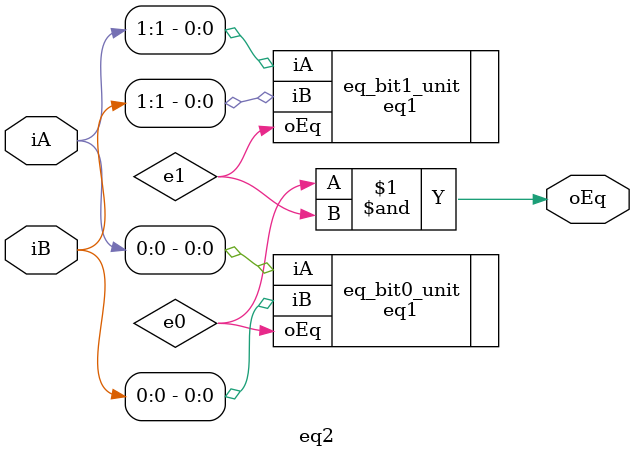
<source format=v>
module eq2
	(
		input wire[1:0] iA, iB,
		output wire oEq
	);

	wire e0, e1;

	eq1 eq_bit0_unit (.iA(iA[0]), .iB(iB[0]), .oEq(e0));
	eq1 eq_bit1_unit (.iA(iA[1]), .iB(iB[1]), .oEq(e1));

	assign oEq = e0 & e1;
endmodule

</source>
